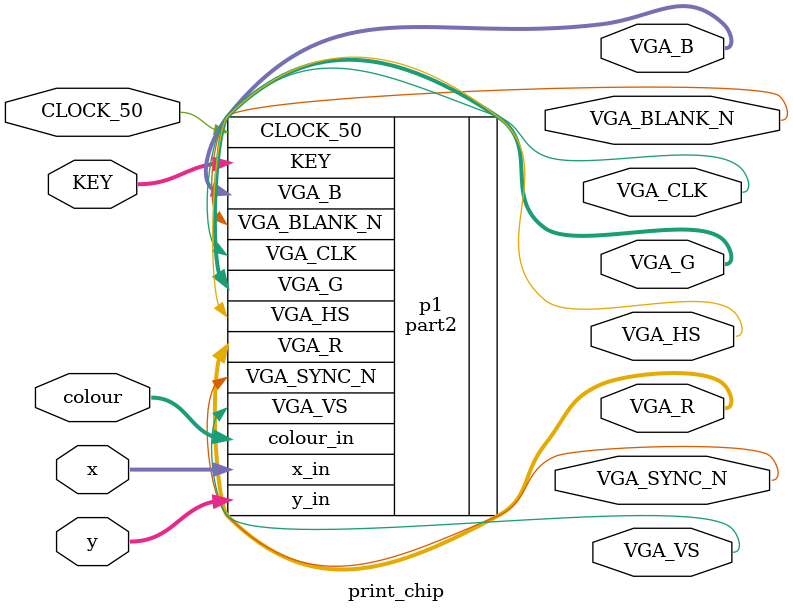
<source format=v>
module print_chip(
		CLOCK_50,	
		KEY,
		// Your inputs and outputs here
		x,y, colour,
		// The ports below are for the VGA output.  Do not change.
		VGA_CLK,   						//	VGA Clock
		VGA_HS,							//	VGA H_SYNC
		VGA_VS,							//	VGA V_SYNC
		VGA_BLANK_N,						//	VGA BLANK
		VGA_SYNC_N,						//	VGA SYNC
		VGA_R,   						//	VGA Red[9:0]
		VGA_G,	 						//	VGA Green[9:0]
		VGA_B   						//	VGA Blue[9:0]
	);
	input			CLOCK_50;				//	50 MHz
	input   [7:0]x, y;
	input		[2:0]colour;
	input 	[3:0]KEY;

	// Declare your inputs and outputs here
	// Do not change the following outputs
	output			VGA_CLK;   				//	VGA Clock
	output			VGA_HS;					//	VGA H_SYNC
	output			VGA_VS;					//	VGA V_SYNC
	output			VGA_BLANK_N;				//	VGA BLANK
	output			VGA_SYNC_N;				//	VGA SYNC
	output	[9:0]	VGA_R;   				//	VGA Red[9:0]
	output	[9:0]	VGA_G;	 				//	VGA Green[9:0]
	output	[9:0]	VGA_B;   

	part2 p1(
		.CLOCK_50(CLOCK_50),	
        .KEY(KEY[3:0]),
        .x_in(x), .y_in(y), .colour_in(colour),
		.VGA_CLK(VGA_CLK),   						
		.VGA_HS(VGA_HS),							
		.VGA_VS(VGA_VS),							
		.VGA_BLANK_N(VGA_BLANK_N),						
		.VGA_SYNC_N(VGA_SYNC_N),						
		.VGA_R(VGA_R),   						
		.VGA_G(VGA_G),	 						
		.VGA_B(VGA_B)   						
	);

	

endmodule

</source>
